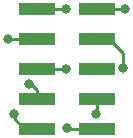
<source format=gbr>
G04 #@! TF.GenerationSoftware,KiCad,Pcbnew,(5.1.4)-1*
G04 #@! TF.CreationDate,2020-03-30T14:48:19-04:00*
G04 #@! TF.ProjectId,ProgAdapter,50726f67-4164-4617-9074-65722e6b6963,rev?*
G04 #@! TF.SameCoordinates,Original*
G04 #@! TF.FileFunction,Copper,L1,Top*
G04 #@! TF.FilePolarity,Positive*
%FSLAX46Y46*%
G04 Gerber Fmt 4.6, Leading zero omitted, Abs format (unit mm)*
G04 Created by KiCad (PCBNEW (5.1.4)-1) date 2020-03-30 14:48:19*
%MOMM*%
%LPD*%
G04 APERTURE LIST*
%ADD10R,3.150000X1.000000*%
%ADD11C,0.800000*%
%ADD12C,0.250000*%
G04 APERTURE END LIST*
D10*
X116125000Y-89680000D03*
X111075000Y-89680000D03*
X116125000Y-87140000D03*
X111075000Y-87140000D03*
X116125000Y-84600000D03*
X111075000Y-84600000D03*
X116125000Y-82060000D03*
X111075000Y-82060000D03*
X116125000Y-79520000D03*
X111075000Y-79520000D03*
D11*
X118550000Y-79550000D03*
X113550000Y-79500000D03*
X118374990Y-84500000D03*
X108600000Y-82050000D03*
X115350000Y-84550000D03*
X113500000Y-84600000D03*
X116100000Y-88450000D03*
X110400000Y-85900000D03*
X113600000Y-89650000D03*
X109100002Y-88450000D03*
D12*
X118520000Y-79520000D02*
X118550000Y-79550000D01*
X116125000Y-79520000D02*
X118520000Y-79520000D01*
X111055000Y-79500000D02*
X111075000Y-79520000D01*
X113530000Y-79520000D02*
X113550000Y-79500000D01*
X111075000Y-79520000D02*
X113530000Y-79520000D01*
X118374990Y-83234990D02*
X118374990Y-83934315D01*
X118374990Y-83934315D02*
X118374990Y-84500000D01*
X117200000Y-82060000D02*
X118374990Y-83234990D01*
X116125000Y-82060000D02*
X117200000Y-82060000D01*
X111065000Y-82050000D02*
X111075000Y-82060000D01*
X108600000Y-82050000D02*
X111065000Y-82050000D01*
X116125000Y-84600000D02*
X116124900Y-84600000D01*
X111075000Y-84600000D02*
X113500000Y-84600000D01*
X116125000Y-88425000D02*
X116100000Y-88450000D01*
X116125000Y-87140000D02*
X116125000Y-88425000D01*
X111075000Y-87140000D02*
X111075000Y-86390000D01*
X111075000Y-86390000D02*
X110585000Y-85900000D01*
X110585000Y-85900000D02*
X110400000Y-85900000D01*
X113630000Y-89680000D02*
X113600000Y-89650000D01*
X116125000Y-89680000D02*
X113630000Y-89680000D01*
X111075000Y-89680000D02*
X110000000Y-89680000D01*
X109100002Y-88780002D02*
X109100002Y-88450000D01*
X110000000Y-89680000D02*
X109100002Y-88780002D01*
M02*

</source>
